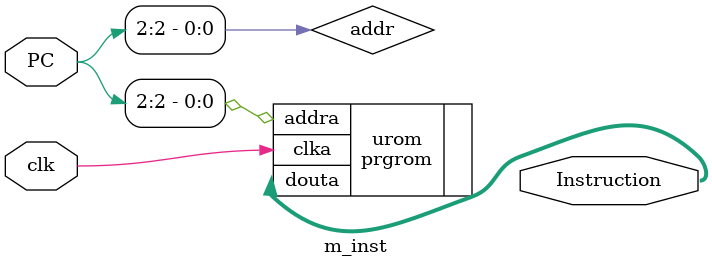
<source format=v>
`timescale 1ns / 1ps


module m_inst(
input clk,
input[31:0] PC,
output[31:0] Instruction
    );
    wire addr;
    assign addr = PC[15:2];
    prgrom urom(.clka(clk), .addra(addr), .douta(Instruction));
endmodule

</source>
